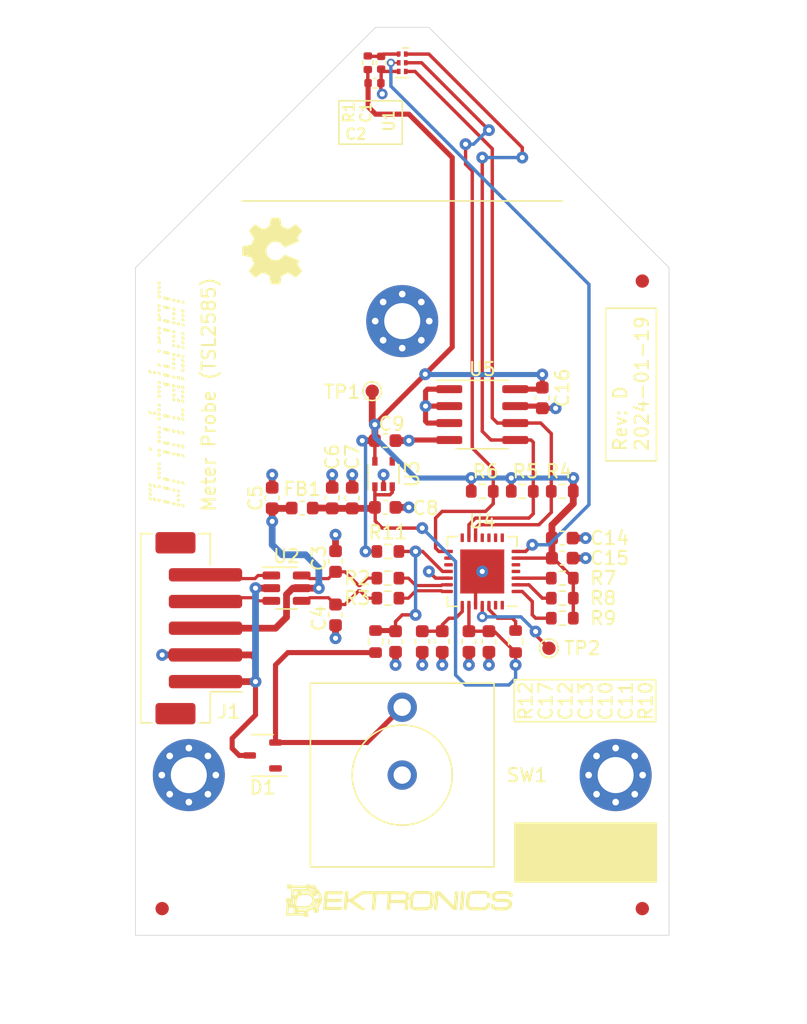
<source format=kicad_pcb>
(kicad_pcb (version 20221018) (generator pcbnew)
  (title_block (title "Printalyzer - Meter Probe") (date "2024-01-19") (rev "D") (company "Dektronics, Inc.") (comment 1 "Derek Konigsberg"))
  (layers (0 "F.Cu" signal) (1 "In1.Cu" power) (2 "In2.Cu" power) (31 "B.Cu" signal) (34 "B.Paste" user) (35 "F.Paste" user) (36 "B.SilkS" user "B.Silkscreen") (37 "F.SilkS" user "F.Silkscreen") (38 "B.Mask" user) (39 "F.Mask" user) (44 "Edge.Cuts" user))
  (net 0 "")
  (net 1 "GND")
  (net 2 "/USB_DI+")
  (net 3 "+5V")
  (net 4 "/PROBE_BTN")
  (net 5 "VBUS")
  (net 6 "/USB_DI-")
  (net 7 "+3V3")
  (net 9 "Net-(D1-K-Pad2)")
  (net 10 "Earth")
  (net 11 "/USB_CONN_D-")
  (net 12 "/USB_CONN_D+")
  (net 13 "/USB_D+")
  (net 14 "Net-(U4-~{RESET})")
  (net 15 "/USB_D-")
  (net 16 "Net-(U4-~{STEST_RST})")
  (net 17 "Net-(U4-DEBUGGER)")
  (net 18 "+1V8")
  (net 19 "Net-(U1-VDD)")
  (net 20 "/TSL_INT")
  (net 21 "/I2C_SCL")
  (net 22 "Net-(U4-VBUS_DET)")
  (net 23 "/I2C_SDA")
  (net 24 "Net-(U4-FSOURCE)")
  (net 25 "/TSL_VSYNC")
  (footprint "MountingHole:MountingHole_2.7mm_M2.5_Pad_Via" (layer "F.Cu") (at 104 116)
    (fp_text reference "H1" hide)
    (fp_text value "MountingHole_Pad" hide)
  )
  (footprint "MountingHole:MountingHole_2.7mm_M2.5_Pad_Via" (layer "F.Cu") (at 136 116)
    (fp_text reference "H2" hide)
    (fp_text value "MountingHole_Pad" hide)
  )
  (footprint "MountingHole:MountingHole_2.7mm_M2.5_Pad_Via" (layer "F.Cu") (at 120 82)
    (fp_text reference "H3" hide)
    (fp_text value "MountingHole_Pad" hide)
  )
  (footprint "lib_fp:SW_Key_6425_0101" (layer "F.Cu") (at 120 116)
    (fp_text reference "SW1")
    (fp_text value "Sensor Button")
  )
  (footprint "lib_fp:Printalyzer-logo-16_9mm" (layer "F.Cu") (at 102.325 87.5 90)
    (fp_text reference "G***" hide)
    (fp_text value "LOGO" hide)
  )
  (footprint "lib_fp:OSHW-logo_5mm" (layer "F.Cu") (at 110.25 76.75 90)
    (fp_text reference "G***" hide)
    (fp_text value "OSHW-logo_5mm" hide)
  )
  (footprint "Resistor_SMD:R_0603_1608Metric" (layer "F.Cu") (at 132 102.75 180)
    (fp_text reference "R8")
    (fp_text value "10K")
  )
  (footprint "Resistor_SMD:R_0603_1608Metric" (layer "F.Cu") (at 118 106 90)
    (fp_text reference "R12")
    (fp_text value "220R")
  )
  (footprint "Inductor_SMD:L_0603_1608Metric" (layer "F.Cu") (at 112.5 96)
    (fp_text reference "FB1")
    (fp_text value "600R@100MHz")
  )
  (footprint "Resistor_SMD:R_0603_1608Metric" (layer "F.Cu") (at 129 94.75)
    (fp_text reference "R5")
    (fp_text value "1K")
  )
  (footprint "Capacitor_SMD:C_0603_1608Metric" (layer "F.Cu") (at 118.725 90.95)
    (fp_text reference "C9")
    (fp_text value "1uF")
  )
  (footprint "Package_TO_SOT_SMD:SOT-23-6" (layer "F.Cu") (at 111.325 102)
    (fp_text reference "U2")
    (fp_text value "USBLC6-2SC6")
  )
  (footprint "Capacitor_SMD:C_0603_1608Metric" (layer "F.Cu") (at 115 104 -90)
    (fp_text reference "C4")
    (fp_text value "47pF")
  )
  (footprint "Resistor_SMD:R_0603_1608Metric" (layer "F.Cu") (at 132 101.25 180)
    (fp_text reference "R7")
    (fp_text value "10K")
  )
  (footprint "Capacitor_SMD:C_0402_1005Metric" (layer "F.Cu") (at 117.92 64.174)
    (fp_text reference "C2")
    (fp_text value "4.7uF")
  )
  (footprint "Fiducial:Fiducial_1mm_Mask2mm" (layer "F.Cu") (at 138 79)
    (fp_text reference "FID3" hide)
    (fp_text value "Fiducial")
  )
  (footprint "Capacitor_SMD:C_0603_1608Metric" (layer "F.Cu") (at 118.725 95.95)
    (fp_text reference "C8")
    (fp_text value "1uF")
  )
  (footprint "TestPoint:TestPoint_Pad_D1.0mm" (layer "F.Cu") (at 117.75 87.25)
    (fp_text reference "TP1")
    (fp_text value "TestPoint")
  )
  (footprint "Capacitor_SMD:C_0402_1005Metric" (layer "F.Cu") (at 118.42 62.65 -90)
    (fp_text reference "C1")
    (fp_text value "1uF")
  )
  (footprint "Capacitor_SMD:C_0603_1608Metric" (layer "F.Cu") (at 132 98.25)
    (fp_text reference "C14")
    (fp_text value "4.7uF")
  )
  (footprint "Resistor_SMD:R_0603_1608Metric" (layer "F.Cu") (at 126 94.75)
    (fp_text reference "R6")
    (fp_text value "10K")
  )
  (footprint "lib_fp:AMS_TSL2585_OLGA-6_2x1mm_P0.65mm" (layer "F.Cu") (at 120 62.65)
    (fp_text reference "U1")
    (fp_text value "TSL2585")
  )
  (footprint "Package_SO:SOIC-8_3.9x4.9mm_P1.27mm" (layer "F.Cu") (at 126 89)
    (fp_text reference "U5")
    (fp_text value "CAT24C08")
  )
  (footprint "Capacitor_SMD:C_0603_1608Metric" (layer "F.Cu") (at 114.75 95.25 90)
    (fp_text reference "C6")
    (fp_text value "4.7uF")
  )
  (footprint "Capacitor_SMD:C_0603_1608Metric" (layer "F.Cu") (at 115 100 90)
    (fp_text reference "C3")
    (fp_text value "47pF")
  )
  (footprint "Fiducial:Fiducial_1mm_Mask2mm" (layer "F.Cu") (at 102 126)
    (fp_text reference "FID1" hide)
    (fp_text value "Fiducial")
  )
  (footprint "Resistor_SMD:R_0402_1005Metric" (layer "F.Cu") (at 117.42 62.65 -90)
    (fp_text reference "R1")
    (fp_text value "22R")
  )
  (footprint "Resistor_SMD:R_0603_1608Metric" (layer "F.Cu") (at 118.925 101.25 180)
    (fp_text reference "R2")
    (fp_text value "33R")
  )
  (footprint "Resistor_SMD:R_0603_1608Metric" (layer "F.Cu") (at 132 94.75 180)
    (fp_text reference "R4")
    (fp_text value "1K")
  )
  (footprint "Capacitor_SMD:C_0603_1608Metric" (layer "F.Cu") (at 125 106 -90)
    (fp_text reference "C10")
    (fp_text value "4.7uF")
  )
  (footprint "Resistor_SMD:R_0603_1608Metric" (layer "F.Cu") (at 118.925 99.25)
    (fp_text reference "R11")
    (fp_text value "10K")
  )
  (footprint "Capacitor_SMD:C_0603_1608Metric" (layer "F.Cu") (at 110.25 95.25 -90)
    (fp_text reference "C5")
    (fp_text value "10nF")
  )
  (footprint "Capacitor_SMD:C_0603_1608Metric" (layer "F.Cu") (at 132 99.75)
    (fp_text reference "C15")
    (fp_text value "0.1uF")
  )
  (footprint "TestPoint:TestPoint_Pad_D1.0mm" (layer "F.Cu") (at 131 106.5 180)
    (fp_text reference "TP2")
    (fp_text value "TestPoint")
  )
  (footprint "Capacitor_SMD:C_0603_1608Metric" (layer "F.Cu") (at 126.5 106 -90)
    (fp_text reference "C11")
    (fp_text value "0.1uF")
  )
  (footprint "Resistor_SMD:R_0603_1608Metric" (layer "F.Cu") (at 132 104.25 180)
    (fp_text reference "R9")
    (fp_text value "10K")
  )
  (footprint "lib_fp:FTDI_WQFN-28-1EP_5x5mm_P0.5mm_EP3.3x3.3mm" (layer "F.Cu") (at 126 100.75 180)
    (fp_text reference "U4")
    (fp_text value "FT260Q")
  )
  (footprint "Capacitor_SMD:C_0603_1608Metric" (layer "F.Cu") (at 121.5 106 -90)
    (fp_text reference "C12")
    (fp_text value "4.7uF")
  )
  (footprint "Capacitor_SMD:C_0603_1608Metric" (layer "F.Cu") (at 130.5 87.75 90)
    (fp_text reference "C16")
    (fp_text value "0.1uF")
  )
  (footprint "NetTie:NetTie-2_SMD_Pad0.5mm" (layer "F.Cu") (at 109 108.5 -90)
    (fp_text reference "NT1" hide)
    (fp_text value "NetTie_2" hide)
  )
  (footprint "lib_fp:SOT23-3L" (layer "F.Cu") (at 109.53 114.53 180)
    (fp_text reference "D1")
    (fp_text value "ESDA6V1L")
  )
  (footprint "Resistor_SMD:R_0603_1608Metric" (layer "F.Cu") (at 128.5 106 -90)
    (fp_text reference "R10")
    (fp_text value "5.1k")
  )
  (footprint "Package_TO_SOT_SMD:SOT-353_SC-70-5" (layer "F.Cu") (at 118.6 93.45 90)
    (fp_text reference "U3")
    (fp_text value "MIC5365-1.8YC5")
  )
  (footprint "lib_fp:Dektronics-logo" (layer "F.Cu") (at 120 125.25)
    (fp_text reference "LOGO" hide)
    (fp_text value "G***" hide)
  )
  (footprint "Connector_JST:JST_PH_B5B-PH-SM4-TB_1x05-1MP_P2.00mm_Vertical" (layer "F.Cu") (at 104.75 105 90)
    (fp_text reference "J1")
    (fp_text value "Cable")
  )
  (footprint "Capacitor_SMD:C_0603_1608Metric" (layer "F.Cu") (at 116.25 95.25 90)
    (fp_text reference "C7")
    (fp_text value "0.1uF")
  )
  (footprint "Capacitor_SMD:C_0603_1608Metric" (layer "F.Cu") (at 123 106 -90)
    (fp_text reference "C13")
    (fp_text value "0.1uF")
  )
  (footprint "Fiducial:Fiducial_1mm_Mask2mm" (layer "F.Cu") (at 138 126)
    (fp_text reference "FID2" hide)
    (fp_text value "Fiducial")
  )
  (footprint "Resistor_SMD:R_0603_1608Metric" (layer "F.Cu") (at 118.925 102.75 180)
    (fp_text reference "R3")
    (fp_text value "33R")
  )
  (footprint "Capacitor_SMD:C_0603_1608Metric" (layer "F.Cu") (at 119.5 106 -90)
    (fp_text reference "C17")
    (fp_text value "1uF")
  )
  (gr_rect (start 135.25 81.035) (end 139.06 92.465) (stroke (width 0.12)) (fill none) (layer "F.SilkS"))
  (gr_line (start 108 73) (end 132 73) (stroke (width 0.12)) (layer "F.SilkS"))
  (gr_rect (start 128.4 108.85) (end 139 112) (stroke (width 0.12)) (fill none) (layer "F.SilkS"))
  (gr_rect (start 115.25 65.5) (end 120 68.75) (stroke (width 0.12)) (fill none) (layer "F.SilkS"))
  (gr_rect (start 128.45 119.6) (end 139.05 124) (stroke (width 0.12)) (fill solid) (layer "F.SilkS"))
  (gr_line (start 140 128) (end 140 78) (stroke (width 0.05)) (layer "Edge.Cuts"))
  (gr_line (start 118 60) (end 100 78) (stroke (width 0.05)) (layer "Edge.Cuts"))
  (gr_line (start 122 60) (end 140 78) (stroke (width 0.05)) (layer "Edge.Cuts"))
  (gr_line (start 118 60) (end 122 60) (stroke (width 0.05)) (layer "Edge.Cuts"))
  (gr_line (start 100 128) (end 100 78) (stroke (width 0.05)) (layer "Edge.Cuts"))
  (gr_line (start 100 128) (end 140 128) (stroke (width 0.05)) (layer "Edge.Cuts"))
  (gr_text "Rev: ${REVISION}\n${ISSUE_DATE}" (at 137.155 91.83 90) (layer "F.SilkS") (effects (font (size 1 1)) (justify left)))
  (gr_text "Meter Probe (TSL2585)" (at 105.5 87.5 90) (layer "F.SilkS") (effects (font (size 1 1))))
  (segment (start 121.885 89.635) (end 121.75 89.5) (width 0.381) (layer "F.Cu") (net 1))
  (segment (start 123 107.75) (end 123 106.775) (width 0.508) (layer "F.Cu") (net 1))
  (segment (start 123.525 88.365) (end 121.75 88.365) (width 0.381) (layer "F.Cu") (net 1))
  (segment (start 119.7375 63.3) (end 118.59 63.3) (width 0.254) (layer "F.Cu") (net 1))
  (segment (start 121.75 89.5) (end 121.75 88.365) (width 0.381) (layer "F.Cu") (net 1))
  (segment (start 123.525 89.635) (end 121.885 89.635) (width 0.381) (layer "F.Cu") (net 1))
  (segment (start 118.4 64.174) (end 118.4 64.887) (width 0.254) (layer "F.Cu") (net 1))
  (segment (start 110.25 94.475) (end 110.25 93.5) (width 0.508) (layer "F.Cu") (net 1))
  (segment (start 125 107.75) (end 125 106.775) (width 0.508) (layer "F.Cu") (net 1))
  (segment (start 126.5 107.75) (end 126.5 106.775) (width 0.508) (layer "F.Cu") (net 1))
  (segment (start 121.5 107.75) (end 121.5 106.775) (width 0.508) (layer "F.Cu") (net 1))
  (segment (start 132.775 98.25) (end 133.75 98.25) (width 0.508) (layer "F.Cu") (net 1))
  (segment (start 119.5 107.75) (end 119.5 106.775) (width 0.508) (layer "F.Cu") (net 1))
  (segment (start 128.475 88.365) (end 130.34 88.365) (width 0.381) (layer "F.Cu") (net 1))
  (segment (start 131.5 88.525) (end 130.5 88.525) (width 0.381) (layer "F.Cu") (net 1))
  (segment (start 118.42 63.13) (end 118.42 64.154) (width 0.254) (layer "F.Cu") (net 1))
  (segment (start 118.4 64.887) (end 118.5 64.987) (width 0.254) (layer "F.Cu") (net 1))
  (segment (start 122.5 101.25) (end 122 100.75) (width 0.254) (layer "F.Cu") (net 1))
  (segment (start 123.475 101.25) (end 122.5 101.25) (width 0.254) (layer "F.Cu") (net 1))
  (segment (start 118.6 94.4) (end 118.6 93.5) (width 0.254) (layer "F.Cu") (net 1))
  (segment (start 109 107.25) (end 109 108) (width 0.508) (layer "F.Cu") (net 1))
  (segment (start 114.75 94.475) (end 114.75 93.5) (width 0.508) (layer "F.Cu") (net 1))
  (segment (start 121.905 87.095) (end 121.75 87.25) (width 0.381) (layer "F.Cu") (net 1))
  (segment (start 109 107.25) (end 108.75 107) (width 0.508) (layer "F.Cu") (net 1))
  (segment (start 116.25 94.475) (end 116.25 93.5) (width 0.508) (layer "F.Cu") (net 1))
  (segment (start 115 98.25) (end 115 99.225) (width 0.508) (layer "F.Cu") (net 1))
  (segment (start 118.59 63.3) (end 118.42 63.13) (width 0.254) (layer "F.Cu") (net 1))
  (segment (start 102 107) (end 105.25 107) (width 0.508) (layer "F.Cu") (net 1))
  (segment (start 108.75 107) (end 105.25 107) (width 0.508) (layer "F.Cu") (net 1))
  (segment (start 115 105.75) (end 115 104.775) (width 0.508) (layer "F.Cu") (net 1))
  (segment (start 121.75 87.25) (end 121.75 88.365) (width 0.381) (layer "F.Cu") (net 1))
  (segment (start 123.525 90.905) (end 120.545 90.905) (width 0.381) (layer "F.Cu") (net 1))
  (segment (start 120.5 95.95) (end 119.5 95.95) (width 0.508) (layer "F.Cu") (net 1))
  (segment (start 120.545 90.905) (end 120.5 90.95) (width 0.381) (layer "F.Cu") (net 1))
  (segment (start 123.525 87.095) (end 121.905 87.095) (width 0.381) (layer "F.Cu") (net 1))
  (segment (start 132.775 99.75) (end 133.75 99.75) (width 0.508) (layer "F.Cu") (net 1))
  (segment (start 125.5 103.275) (end 125.5 101.25) (width 0.254) (layer "F.Cu") (net 1))
  (segment (start 120.5 90.95) (end 119.5 90.95) (width 0.508) (layer "F.Cu") (net 1))
  (via (at 125 107.75) (size 0.889) (drill 0.381) (layers "F.Cu" "B.Cu") (net 1))
  (via (at 123 107.75) (size 0.889) (drill 0.381) (layers "F.Cu" "B.Cu") (net 1))
  (via (at 116.25 93.5) (size 0.889) (drill 0.381) (layers "F.Cu" "B.Cu") (net 1))
  (via (at 114.75 93.5) (size 0.889) (drill 0.381) (layers "F.Cu" "B.Cu") (net 1))
  (via (at 131.5 88.525) (size 0.889) (drill 0.381) (layers "F.Cu" "B.Cu") (net 1))
  (via (at 122 100.75) (size 0.889) (drill 0.381) (layers "F.Cu" "B.Cu") (net 1))
  (via (at 115 105.75) (size 0.889) (drill 0.381) (layers "F.Cu" "B.Cu") (net 1))
  (via (at 121.75 88.365) (size 0.889) (drill 0.381) (layers "F.Cu" "B.Cu") (net 1))
  (via (at 118.6 93.5) (size 0.889) (drill 0.381) (layers "F.Cu" "B.Cu") (net 1))
  (via (at 115 98) (size 0.889) (drill 0.381) (layers "F.Cu" "B.Cu") (net 1))
  (via (at 118.5 64.987) (size 0.8) (drill 0.4) (layers "F.Cu" "B.Cu") (net 1))
  (via (at 126 100.75) (size 0.889) (drill 0.381) (layers "F.Cu" "B.Cu") (net 1))
  (via (at 121.5 107.75) (size 0.889) (drill 0.381) (layers "F.Cu" "B.Cu") (net 1))
  (via (at 126.5 107.75) (size 0.889) (drill 0.381) (layers "F.Cu" "B.Cu") (net 1))
  (via (at 133.75 99.75) (size 0.889) (drill 0.381) (layers "F.Cu" "B.Cu") (net 1))
  (via (at 110.25 93.5) (size 0.889) (drill 0.381) (layers "F.Cu" "B.Cu") (net 1))
  (via (at 120.5 90.95) (size 0.889) (drill 0.381) (layers "F.Cu" "B.Cu") (net 1))
  (via (at 119.5 107.75) (size 0.889) (drill 0.381) (layers "F.Cu" "B.Cu") (net 1))
  (via (at 133.75 98.25) (size 0.889) (drill 0.381) (layers "F.Cu" "B.Cu") (net 1))
  (via (at 102 107) (size 0.889) (drill 0.381) (layers "F.Cu" "B.Cu") (net 1))
  (via (at 120.5 95.95) (size 0.889) (drill 0.381) (layers "F.Cu" "B.Cu") (net 1))
  (segment (start 116.742751 101.80525) (end 115.712501 100.775) (width 0.2395) (layer "F.Cu") (net 2))
  (segment (start 113.05835 101.28335) (end 114.46665 101.28335) (width 0.2395) (layer "F.Cu") (net 2))
  (segment (start 115.712501 100.775) (end 115 100.775) (width 0.2395) (layer "F.Cu") (net 2))
  (segment (start 116.832249 101.80525) (end 116.742751 101.80525) (width 0.2395) (layer "F.Cu") (net 2))
  (segment (start 117.387499 101.25) (end 116.832249 101.80525) (width 0.2395) (layer "F.Cu") (net 2))
  (segment (start 118.1 101.25) (end 117.387499 101.25) (width 0.2395) (layer "F.Cu") (net 2))
  (segment (start 112.825 101.05) (end 113.05835 101.28335) (width 0.2395) (layer "F.Cu") (net 2))
  (segment (start 114.46665 101.28335) (end 114.975 100.775) (width 0.2395) (layer "F.Cu") (net 2))
  (segment (start 119.25 94.8338) (end 119.0794 95.0044) (width 0.254) (layer "F.Cu") (net 3))
  (segment (start 125 103.275) (end 125 105.225) (width 0.254) (layer "F.Cu") (net 3))
  (segment (start 114.75 96.025) (end 116.25 96.025) (width 0.508) (layer "F.Cu") (net 3))
  (segment (start 117.9544 95.0044) (end 117.95 95) (width 0.254) (layer "F.Cu") (net 3))
  (segment (start 126.5 105.225) (end 126.9 105.225) (width 0.254) (layer "F.Cu") (net 3))
  (segment (start 117.95 95) (end 117.95 95.925) (width 0.254) (layer "F.Cu") (net 3))
  (segment (start 117.975 95.95) (end 117.975 96.975) (width 0.254) (layer "F.Cu") (net 3))
  (segment (start 119.25 94.4) (end 119.25 94.8338) (width 0.254) (layer "F.Cu") (net 3))
  (segment (start 118.5 97.5) (end 121.5 97.5) (width 0.254) (layer "F.Cu") (net 3))
  (segment (start 119.0794 95.0044) (end 117.9544 95.0044) (width 0.254) (layer "F.Cu") (net 3))
  (segment (start 125 105.225) (end 126.5 105.225) (width 0.254) (layer "F.Cu") (net 3))
  (segment (start 116.25 96.025) (end 117.9 96.025) (width 0.508) (layer "F.Cu") (net 3))
  (segment (start 113.2875 96) (end 114.725 96) (width 0.508) (layer "F.Cu") (net 3))
  (segment (start 128.5 107.75) (end 128.5 106.825) (width 0.254) (layer "F.Cu") (net 3))
  (segment (start 117.975 96.975) (end 118.5 97.5) (width 0.254) (layer "F.Cu") (net 3))
  (segment (start 126.9 105.225) (end 128.5 106.825) (width 0.254) (layer "F.Cu") (net 3))
  (segment (start 117.95 94.4) (end 117.95 95) (width 0.254) (layer "F.Cu") (net 3))
  (via (at 128.5 107.75) (size 0.889) (drill 0.381) (layers "F.Cu" "B.Cu") (net 3))
  (via (at 121.5 97.5) (size 0.889) (drill 0.381) (layers "F.Cu" "B.Cu") (net 3))
  (segment (start 124 100) (end 124 108.5) (width 0.254) (layer "B.Cu") (net 3))
  (segment (start 124.75 109.25) (end 128 109.25) (width 0.254) (layer "B.Cu") (net 3))
  (segment (start 121.5 97.5) (end 124 100) (width 0.254) (layer "B.Cu") (net 3))
  (segment (start 128 109.25) (end 128.5 108.75) (width 0.254) (layer "B.Cu") (net 3))
  (segment (start 124 108.5) (end 124.75 109.25) (width 0.254) (layer "B.Cu") (net 3))
  (segment (start 128.5 108.75) (end 128.5 107.75) (width 0.254) (layer "B.Cu") (net 3))
  (segment (start 120 104) (end 119.5 104.5) (width 0.254) (layer "F.Cu") (net 4))
  (segment (start 118 105.175) (end 119.45 105.175) (width 0.381) (layer "F.Cu") (net 4))
  (segment (start 123.02375 100.75) (end 121.52375 99.25) (width 0.254) (layer "F.Cu") (net 4))
  (segment (start 121 104) (end 120 104) (width 0.254) (layer "F.Cu") (net 4))
  (segment (start 119.5 104.5) (end 119.5 105.225) (width 0.254) (layer "F.Cu") (net 4))
  (segment (start 121.52375 99.25) (end 121 99.25) (width 0.254) (layer "F.Cu") (net 4))
  (segment (start 123.475 100.75) (end 123.02375 100.75) (width 0.254) (layer "F.Cu") (net 4))
  (segment (start 121 99.25) (end 119.75 99.25) (width 0.254) (layer "F.Cu") (net 4))
  (via (at 121 99.25) (size 0.889) (drill 0.381) (layers "F.Cu" "B.Cu") (net 4))
  (via (at 121 104) (size 0.889) (drill 0.381) (layers "F.Cu" "B.Cu") (net 4))
  (segment (start 121 104) (end 121 99.25) (width 0.254) (layer "B.Cu") (net 4))
  (segment (start 110.25 97) (end 110.25 96.025) (width 0.508) (layer "F.Cu") (net 5))
  (segment (start 111.325 104.175) (end 110.5 105) (width 0.508) (layer "F.Cu") (net 5))
  (segment (start 111.325 102.475001) (end 111.325 104.175) (width 0.508) (layer "F.Cu") (net 5))
  (segment (start 112.4625 102) (end 111.800001 102) (width 0.508) (layer "F.Cu") (net 5))
  (segment (start 110.5 105) (end 105.25 105) (width 0.508) (layer "F.Cu") (net 5))
  (segment (start 111.800001 102) (end 111.325 102.475001) (width 0.508) (layer "F.Cu") (net 5))
  (segment (start 113.75 102) (end 112.4625 102) (width 0.508) (layer "F.Cu") (net 5))
  (segment (start 110.25 96.025) (end 111.6875 96.025) (width 0.508) (layer "F.Cu") (net 5))
  (via (at 110.25 97) (size 0.889) (drill 0.381) (layers "F.Cu" "B.Cu") (net 5))
  (via (at 113.75 102) (size 0.889) (drill 0.381) (layers "F.Cu" "B.Cu") (net 5))
  (segment (start 110.25 98.75) (end 110.25 97.25) (width 0.508) (layer "B.Cu") (net 5))
  (segment (start 113.75 100.5) (end 112.75 99.5) (width 0.508) (layer "B.Cu") (net 5))
  (segment (start 113.75 102) (end 113.75 100.5) (width 0.508) (layer "B.Cu") (net 5))
  (segment (start 112.75 99.5) (end 111 99.5) (width 0.508) (layer "B.Cu") (net 5))
  (segment (start 111 99.5) (end 110.25 98.75) (width 0.508) (layer "B.Cu") (net 5))
  (segment (start 116.742751 102.19475) (end 115.712501 103.225) (width 0.2395) (layer "F.Cu") (net 6))
  (segment (start 118.1 102.75) (end 117.387499 102.75) (width 0.2395) (layer "F.Cu") (net 6))
  (segment (start 113.05835 102.71665) (end 114.46665 102.71665) (width 0.2395) (layer "F.Cu") (net 6))
  (segment (start 112.825 102.95) (end 113.05835 102.71665) (width 0.2395) (layer "F.Cu") (net 6))
  (segment (start 114.46665 102.71665) (end 114.975 103.225) (width 0.2395) (layer "F.Cu") (net 6))
  (segment (start 116.832249 102.19475) (end 116.742751 102.19475) (width 0.2395) (layer "F.Cu") (net 6))
  (segment (start 117.387499 102.75) (end 116.832249 102.19475) (width 0.2395) (layer "F.Cu") (net 6))
  (segment (start 115.712501 103.225) (end 115 103.225) (width 0.2395) (layer "F.Cu") (net 6))
  (segment (start 123 105.225) (end 123 104.75) (width 0.254) (layer "F.Cu") (net 7))
  (segment (start 124 104.25) (end 124.5 103.75) (width 0.254) (layer "F.Cu") (net 7))
  (segment (start 123.5 104.25) (end 124 104.25) (width 0.254) (layer "F.Cu") (net 7))
  (segment (start 124.5 103.75) (end 124.5 103.275) (width 0.254) (layer "F.Cu") (net 7))
  (segment (start 123 105.225) (end 121.5 105.225) (width 0.254) (layer "F.Cu") (net 7))
  (segment (start 123 104.75) (end 123.5 104.25) (width 0.254) (layer "F.Cu") (net 7))
  (segment (start 117.36 113.56) (end 120 110.92) (width 0.381) (layer "F.Cu") (net 9))
  (segment (start 110.5 113.56) (end 110.5 107.75) (width 0.381) (layer "F.Cu") (net 9))
  (segment (start 111.425 106.825) (end 118 106.825) (width 0.381) (layer "F.Cu") (net 9))
  (segment (start 110.5 107.75) (end 111.425 106.825) (width 0.381) (layer "F.Cu") (net 9))
  (segment (start 110.5 113.56) (end 117.36 113.56) (width 0.381) (layer "F.Cu") (net 9))
  (segment (start 107.25 113.25) (end 107.25 114) (width 0.381) (layer "F.Cu") (net 10))
  (segment (start 109 111.5) (end 107.25 113.25) (width 0.381) (layer "F.Cu") (net 10))
  (segment (start 107.78 114.53) (end 108.56 114.53) (width 0.381) (layer "F.Cu") (net 10))
  (segment (start 110.1875 102) (end 109 102) (width 0.508) (layer "F.Cu") (net 10))
  (segment (start 105.25 109) (end 109 109) (width 0.508) (layer "F.Cu") (net 10))
  (segment (start 109 111.5) (end 109 109) (width 0.381) (layer "F.Cu") (net 10))
  (segment (start 107.25 114) (end 107.78 114.53) (width 0.381) (layer "F.Cu") (net 10))
  (via (at 109 109) (size 0.889) (drill 0.381) (layers "F.Cu" "B.Cu") (net 10))
  (via (at 109 102) (size 0.889) (drill 0.381) (layers "F.Cu" "B.Cu") (net 10))
  (segment (start 109 102) (end 109 109) (width 0.508) (layer "B.Cu") (net 10))
  (segment (start 109.193749 102.95) (end 110.1875 102.95) (width 0.2395) (layer "F.Cu") (net 11))
  (segment (start 107.78335 102.71665) (end 108.960399 102.71665) (width 0.2395) (layer "F.Cu") (net 11))
  (segment (start 108.960399 102.71665) (end 109.193749 102.95) (width 0.2395) (layer "F.Cu") (net 11))
  (segment (start 108.960399 101.28335) (end 109.193749 101.05) (width 0.2395) (layer "F.Cu") (net 12))
  (segment (start 107.78335 101.28335) (end 108.960399 101.28335) (width 0.2395) (layer "F.Cu") (net 12))
  (segment (start 109.193749 101.05) (end 110.1875 101.05) (width 0.2395) (layer "F.Cu") (net 12))
  (segment (start 122.932249 101.80525) (end 121.017751 101.80525) (width 0.2395) (layer "F.Cu") (net 13))
  (segment (start 123.475 101.75) (end 122.987499 101.75) (width 0.2395) (layer "F.Cu") (net 13))
  (segment (start 122.987499 101.75) (end 122.932249 101.80525) (width 0.2395) (layer "F.Cu") (net 13))
  (segment (start 121.017751 101.80525) (end 120.462501 101.25) (width 0.2395) (layer "F.Cu") (net 13))
  (segment (start 120.462501 101.25) (end 119.75 101.25) (width 0.2395) (layer "F.Cu") (net 13))
  (segment (start 128.525 101.25) (end 131.175 101.25) (width 0.254) (layer "F.Cu") (net 14))
  (segment (start 122.932249 102.19475) (end 121.017751 102.19475) (width 0.2395) (layer "F.Cu") (net 15))
  (segment (start 123.475 102.25) (end 122.987499 102.25) (width 0.2395) (layer "F.Cu") (net 15))
  (segment (start 122.987499 102.25) (end 122.932249 102.19475) (width 0.2395) (layer "F.Cu") (net 15))
  (segment (start 121.017751 102.19475) (end 120.462501 102.75) (width 0.2395) (layer "F.Cu") (net 15))
  (segment (start 120.462501 102.75) (end 119.75 102.75) (width 0.2395) (layer "F.Cu") (net 15))
  (segment (start 129.5 101.75) (end 130.5 102.75) (width 0.254) (layer "F.Cu") (net 16))
  (segment (start 128.525 101.75) (end 129.5 101.75) (width 0.254) (layer "F.Cu") (net 16))
  (segment (start 130.5 102.75) (end 131.175 102.75) (width 0.254) (layer "F.Cu") (net 16))
  (segment (start 128.525 102.25) (end 129 102.25) (width 0.254) (layer "F.Cu") (net 17))
  (segment (start 129.75 104) (end 130 104.25) (width 0.254) (layer "F.Cu") (net 17))
  (segment (start 130 104.25) (end 131.175 104.25) (width 0.254) (layer "F.Cu") (net 17))
  (segment (start 129 102.25) (end 129.75 103) (width 0.254) (layer "F.Cu") (net 17))
  (segment (start 129.75 103) (end 129.75 104) (width 0.254) (layer "F.Cu") (net 17))
  (segment (start 125.175 93.75) (end 125.175 94.75) (width 0.381) (layer "F.Cu") (net 18))
  (segment (start 128.175 93.75) (end 128.175 94.75) (width 0.381) (layer "F.Cu") (net 18))
  (segment (start 121.725 85.975) (end 123.75 83.95) (width 0.381) (layer "F.Cu") (net 18))
  (segment (start 131.225 98.25) (end 131.225 99.75) (width 0.508) (layer "F.Cu") (net 18))
  (segment (start 128.525 99.75) (end 131.225 99.75) (width 0.254) (layer "F.Cu") (net 18))
  (segment (start 120.5 66.5) (end 118 66.5) (width 0.381) (layer "F.Cu") (net 18))
  (segment (start 117.95 89.75) (end 117.95 90.95) (width 0.508) (layer "F.Cu") (net 18))
  (segment (start 132.825 101.25) (end 132.825 102.75) (width 0.254) (layer "F.Cu") (net 18))
  (segment (start 117.42 63.16) (end 117.42 64.154) (width 0.254) (layer "F.Cu") (net 18))
  (segment (start 117 90.95) (end 117.95 90.95) (width 0.508) (layer "F.Cu") (net 18))
  (segment (start 117.75 87.25) (end 117.75 89.55) (width 0.508) (layer "F.Cu") (net 18))
  (segment (start 130.5 86.975) (end 130.5 86) (width 0.381) (layer "F.Cu") (net 18))
  (segment (start 117.75 89.55) (end 117.95 89.75) (width 0.508) (layer "F.Cu") (net 18))
  (segment (start 131.225 97.275) (end 131.225 98.25) (width 0.508) (layer "F.Cu") (net 18))
  (segment (start 132.825 93.75) (end 132.825 94.75) (width 0.508) (layer "F.Cu") (net 18))
  (segment (start 131.325 99.75) (end 132.825 101.25) (width 0.254) (layer "F.Cu") (net 18))
  (segment (start 132.825 94.75) (end 132.825 95.675) (width 0.508) (layer "F.Cu") (net 18))
  (segment (start 132.825 102.75) (end 132.825 104.25) (width 0.254) (layer "F.Cu") (net 18))
  (segment (start 121.725 85.975) (end 117.95 89.75) (width 0.381) (layer "F.Cu") (net 18))
  (segment (start 128.475 87.095) (end 130.38 87.095) (width 0.381) (layer "F.Cu") (net 18))
  (segment (start 117.95 92.5) (end 117.95 90.95) (width 0.254) (layer "F.Cu") (net 18))
  (segment (start 118 66.5) (end 117.44 65.94) (width 0.381) (layer "F.Cu") (net 18))
  (segment (start 118.1 99.25) (end 117.25 99.25) (width 0.254) (layer "F.Cu") (net 18))
  (segment (start 123.75 69.75) (end 120.5 66.5) (width 0.381) (layer "F.Cu") (net 18))
  (segment (start 132.825 95.675) (end 131.225 97.275) (width 0.508) (layer "F.Cu") (net 18))
  (segment (start 123.75 83.95) (end 123.75 69.75) (width 0.381) (layer "F.Cu") (net 18))
  (segment (start 117.44 65.94) (end 117.44 64.174) (width 0.381) (layer "F.Cu") (net 18))
  (via (at 117 90.95) (size 0.889) (drill 0.381) (layers "F.Cu" "B.Cu") (net 18))
  (via (at 132.825 93.75) (size 0.889) (drill 0.381) (layers "F.Cu" "B.Cu") (net 18))
  (via (at 130.5 86) (size 0.889) (drill 0.381) (layers "F.Cu" "B.Cu") (net 18))
  (via (at 125.175 93.75) (size 0.889) (drill 0.381) (layers "F.Cu" "B.Cu") (net 18))
  (via (at 128.175 93.75) (size 0.889) (drill 0.381) (layers "F.Cu" "B.Cu") (net 18))
  (via (at 121.725 85.975) (size 0.889) (drill 0.381) (layers "F.Cu" "B.Cu") (net 18))
  (via (at 117.95 89.75) (size 0.889) (drill 0.381) (layers "F.Cu" "B.Cu") (net 18))
  (via (at 117.25 99.25) (size 0.889) (drill 0.381) (layers "F.Cu" "B.Cu") (net 18))
  (segment (start 117.25 91.2) (end 117.25 99.25) (width 0.254) (layer "B.Cu") (net 18))
  (segment (start 117.95 89.75) (end 117.95 90.7) (width 0.381) (layer "B.Cu") (net 18))
  (segment (start 130.5 86) (end 121.75 86) (width 0.381) (layer "B.Cu") (net 18))
  (segment (start 125.175 93.75) (end 128.175 93.75) (width 0.381) (layer "B.Cu") (net 18))
  (segment (start 128.175 93.75) (end 132.825 93.75) (width 0.381) (layer "B.Cu") (net 18))
  (segment (start 121 93.75) (end 125.175 93.75) (width 0.381) (layer "B.Cu") (net 18))
  (segment (start 117 90.95) (end 117.25 91.2) (width 0.254) (layer "B.Cu") (net 18))
  (segment (start 117.95 90.7) (end 121 93.75) (width 0.381) (layer "B.Cu") (net 18))
  (segment (start 121.75 86) (end 121.725 85.975) (width 0.381) (layer "B.Cu") (net 18))
  (segment (start 118.59 62) (end 118.42 62.17) (width 0.254) (layer "F.Cu") (net 19))
  (segment (start 118.42 62.17) (end 117.45 62.17) (width 0.254) (layer "F.Cu") (net 19))
  (segment (start 119.7375 62) (end 118.59 62) (width 0.254) (layer "F.Cu") (net 19))
  (segment (start 121.451 62.65) (end 120.2625 62.65) (width 0.254) (layer "F.Cu") (net 20))
  (segment (start 122.5 96.75) (end 123 96.25) (width 0.254) (layer "F.Cu") (net 20))
  (segment (start 125.25 91.5) (end 125.25 70.75) (width 0.254) (layer "F.Cu") (net 20))
  (segment (start 125.25 70.75) (end 124.75 70.25) (width 0.254) (layer "F.Cu") (net 20))
  (segment (start 126.825 93.075) (end 125.25 91.5) (width 0.254) (layer "F.Cu") (net 20))
  (segment (start 123 96.25) (end 126.25 96.25) (width 0.254) (layer "F.Cu") (net 20))
  (segment (start 126.825 95.675) (end 126.825 94.75) (width 0.254) (layer "F.Cu") (net 20))
  (segment (start 122.75 99.25) (end 122.5 99) (width 0.254) (layer "F.Cu") (net 20))
  (segment (start 126.25 96.25) (end 126.825 95.675) (width 0.254) (layer "F.Cu") (net 20))
  (segment (start 122.5 99) (end 122.5 96.75) (width 0.254) (layer "F.Cu") (net 20))
  (segment (start 124.75 70.25) (end 124.75 68.75) (width 0.254) (layer "F.Cu") (net 20))
  (segment (start 126.825 94.75) (end 126.825 93.075) (width 0.254) (layer "F.Cu") (net 20))
  (segment (start 123.475 99.25) (end 122.75 99.25) (width 0.254) (layer "F.Cu") (net 20))
  (segment (start 126.5 67.699) (end 121.451 62.65) (width 0.254) (layer "F.Cu") (net 20))
  (via (at 126.5 67.699) (size 0.889) (drill 0.381) (layers "F.Cu" "B.Cu") (net 20))
  (via (at 124.75 68.75) (size 0.889) (drill 0.381) (layers "F.Cu" "B.Cu") (net 20))
  (segment (start 124.75 68.75) (end 125.3495 68.75) (width 0.254) (layer "B.Cu") (net 20))
  (segment (start 126.4005 67.699) (end 126.5 67.699) (width 0.254) (layer "B.Cu") (net 20))
  (segment (start 125.3495 68.75) (end 126.4005 67.699) (width 0.254) (layer "B.Cu") (net 20))
  (segment (start 126.75 69.092) (end 126.75 89.25) (width 0.254) (layer "F.Cu") (net 21))
  (segment (start 131.175 90.425) (end 130.385 89.635) (width 0.254) (layer "F.Cu") (net 21))
  (segment (start 125.5 97.5) (end 125.75 97.25) (width 0.254) (layer "F.Cu") (net 21))
  (segment (start 126.75 89.25) (end 127.135 89.635) (width 0.254) (layer "F.Cu") (net 21))
  (segment (start 120.2625 63.3) (end 120.958 63.3) (width 0.254) (layer "F.Cu") (net 21))
  (segment (start 125.75 97.25) (end 130.25 97.25) (width 0.254) (layer "F.Cu") (net 21))
  (segment (start 130.385 89.635) (end 128.475 89.635) (width 0.254) (layer "F.Cu") (net 21))
  (segment (start 125.5 98.225) (end 125.5 97.5) (width 0.254) (layer "F.Cu") (net 21))
  (segment (start 127.135 89.635) (end 128.475 89.635) (width 0.254) (layer "F.Cu") (net 21))
  (segment (start 131.175 94.75) (end 131.175 90.425) (width 0.254) (layer "F.Cu") (net 21))
  (segment (start 131.175 96.325) (end 131.175 94.75) (width 0.254) (layer "F.Cu") (net 21))
  (segment (start 130.25 97.25) (end 131.175 96.325) (width 0.254) (layer "F.Cu") (net 21))
  (segment (start 120.958 63.3) (end 126.75 69.092) (width 0.254) (layer "F.Cu") (net 21))
  (segment (start 126.5 103.599999) (end 127.150001 104.25) (width 0.254) (layer "F.Cu") (net 22))
  (segment (start 128.5 104.5) (end 128.5 105.175) (width 0.254) (layer "F.Cu") (net 22))
  (segment (start 126.5 103.275) (end 126.5 103.599999) (width 0.254) (layer "F.Cu") (net 22))
  (segment (start 128.25 104.25) (end 128.5 104.5) (width 0.254) (layer "F.Cu") (net 22))
  (segment (start 127.150001 104.25) (end 128.25 104.25) (width 0.254) (layer "F.Cu") (net 22))
  (segment (start 129.825 94.75) (end 129.825 91.075) (width 0.254) (layer "F.Cu") (net 23))
  (segment (start 120.2625 62) (end 122 62) (width 0.254) (layer "F.Cu") (net 23))
  (segment (start 129 69) (end 129 69.75) (width 0.254) (layer "F.Cu") (net 23))
  (segment (start 122 62) (end 129 69) (width 0.254) (layer "F.Cu") (net 23))
  (segment (start 125.5 96.75) (end 129.5 96.75) (width 0.254) (layer "F.Cu") (net 23))
  (segment (start 126.655 90.905) (end 128.475 90.905) (width 0.254) (layer "F.Cu") (net 23))
  (segment (start 125 98.225) (end 125 97.25) (width 0.254) (layer "F.Cu") (net 23))
  (segment (start 129.5 96.75) (end 129.825 96.425) (width 0.254) (layer "F.Cu") (net 23))
  (segment (start 126 69.75) (end 126 90.25) (width 0.254) (layer "F.Cu") (net 23))
  (segment (start 125 97.25) (end 125.5 96.75) (width 0.254) (layer "F.Cu") (net 23))
  (segment (start 129.655 90.905) (end 128.475 90.905) (width 0.254) (layer "F.Cu") (net 23))
  (segment (start 129.825 91.075) (end 129.655 90.905) (width 0.254) (layer "F.Cu") (net 23))
  (segment (start 129.825 96.425) (end 129.825 94.75) (width 0.254) (layer "F.Cu") (net 23))
  (segment (start 126 90.25) (end 126.655 90.905) (width 0.254) (layer "F.Cu") (net 23))
  (via (at 129 69.75) (size 0.889) (drill 0.381) (layers "F.Cu" "B.Cu") (net 23))
  (via (at 126 69.75) (size 0.889) (drill 0.381) (layers "F.Cu" "B.Cu") (net 23))
  (segment (start 129 69.75) (end 126 69.75) (width 0.254) (layer "B.Cu") (net 23))
  (segment (start 126 103.275) (end 126 104.15) (width 0.254) (layer "F.Cu") (net 24))
  (segment (start 130 105.5) (end 131 106.5) (width 0.254) (layer "F.Cu") (net 24))
  (segment (start 130 105.25) (end 130 105.5) (width 0.254) (layer "F.Cu") (net 24))
  (via (at 126 104.15) (size 0.8) (drill 0.4) (layers "F.Cu" "B.Cu") (net 24))
  (via (at 130 105.25) (size 0.889) (drill 0.381) (layers "F.Cu" "B.Cu") (net 24))
  (segment (start 128.9 104.15) (end 130 105.25) (width 0.254) (layer "B.Cu") (net 24))
  (segment (start 126 104.15) (end 128.9 104.15) (width 0.254) (layer "B.Cu") (net 24))
  (segment (start 129.75 98.75) (end 129.25 99.25) (width 0.254) (layer "F.Cu") (net 25))
  (segment (start 119.7375 62.65) (end 119.15 62.65) (width 0.1524) (layer "F.Cu") (net 25))
  (segment (start 129.25 99.25) (end 128.525 99.25) (width 0.254) (layer "F.Cu") (net 25))
  (via (at 119.15 62.65) (size 0.6096) (drill 0.3556) (layers "F.Cu" "B.Cu") (net 25))
  (via (at 129.75 98.75) (size 0.889) (drill 0.381) (layers "F.Cu" "B.Cu") (net 25))
  (segment (start 119.15 64.4) (end 119.15 62.65) (width 0.254) (layer "B.Cu") (net 25))
  (segment (start 134 95.75) (end 134 79.25) (width 0.254) (layer "B.Cu") (net 25))
  (segment (start 134 79.25) (end 119.15 64.4) (width 0.254) (layer "B.Cu") (net 25))
  (segment (start 129.75 98.75) (end 131 98.75) (width 0.254) (layer "B.Cu") (net 25))
  (segment (start 131 98.75) (end 134 95.75) (width 0.254) (layer "B.Cu") (net 25))
)
</source>
